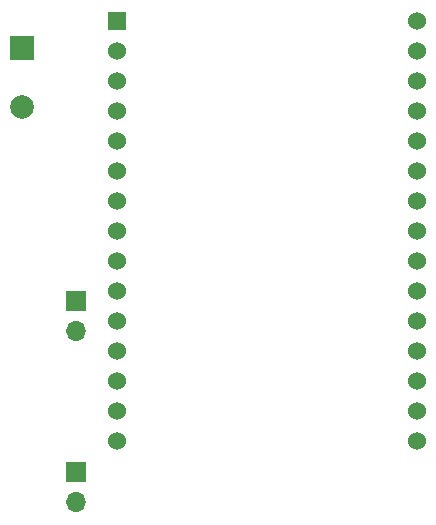
<source format=gbr>
%TF.GenerationSoftware,KiCad,Pcbnew,7.0.6-0*%
%TF.CreationDate,2023-10-04T12:33:26+01:00*%
%TF.ProjectId,NostrZapLamp,4e6f7374-725a-4617-904c-616d702e6b69,rev?*%
%TF.SameCoordinates,Original*%
%TF.FileFunction,Soldermask,Top*%
%TF.FilePolarity,Negative*%
%FSLAX46Y46*%
G04 Gerber Fmt 4.6, Leading zero omitted, Abs format (unit mm)*
G04 Created by KiCad (PCBNEW 7.0.6-0) date 2023-10-04 12:33:26*
%MOMM*%
%LPD*%
G01*
G04 APERTURE LIST*
%ADD10R,1.700000X1.700000*%
%ADD11O,1.700000X1.700000*%
%ADD12R,2.000000X2.000000*%
%ADD13C,2.000000*%
%ADD14R,1.524000X1.524000*%
%ADD15C,1.524000*%
G04 APERTURE END LIST*
D10*
%TO.C,J1*%
X119634000Y-113797000D03*
D11*
X119634000Y-116337000D03*
%TD*%
D10*
%TO.C,J2*%
X119634000Y-99314000D03*
D11*
X119634000Y-101854000D03*
%TD*%
D12*
%TO.C,BZ1*%
X115062000Y-77893216D03*
D13*
X115062000Y-82893216D03*
%TD*%
D14*
%TO.C,U1*%
X123063000Y-75565000D03*
D15*
X123063000Y-78105000D03*
X123063000Y-80645000D03*
X123063000Y-83185000D03*
X123063000Y-85725000D03*
X123063000Y-88265000D03*
X123063000Y-90805000D03*
X123063000Y-93345000D03*
X123063000Y-95885000D03*
X123063000Y-98425000D03*
X123063000Y-100965000D03*
X123063000Y-103505000D03*
X123063000Y-106045000D03*
X123063000Y-108585000D03*
X123063000Y-111125000D03*
X148463000Y-111125000D03*
X148463000Y-108585000D03*
X148463000Y-106045000D03*
X148463000Y-103505000D03*
X148463000Y-100965000D03*
X148463000Y-98425000D03*
X148463000Y-95885000D03*
X148463000Y-93345000D03*
X148463000Y-90805000D03*
X148463000Y-88265000D03*
X148463000Y-85725000D03*
X148463000Y-83185000D03*
X148463000Y-80645000D03*
X148463000Y-78105000D03*
X148463000Y-75565000D03*
%TD*%
M02*

</source>
